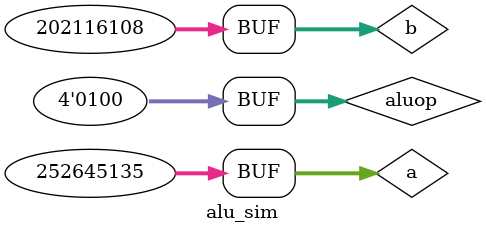
<source format=v>
`timescale 1ns / 1ps
`define  ADD  4'b0000
`define  SUB  4'b0001
`define  AND  4'b0010
`define  OR   4'b0011
`define  XOR  4'b0100
`define  NOR  4'b0101
`define  SLL  4'b0110
`define  SRL  4'b0111  
`define  SRA  4'b1000
`define  LUI  4'b1001
`define  SLT  4'b1010
`define  SLTU 4'b1011
`define  BGTZ 4'b1100

module alu_sim(

    );
    
    reg [31:0]a,b;
    reg [3:0]aluop;
    wire [31:0] c;
    wire [1:0] zero;
    
    alu alu(.a(a),.b(b),.c(c),.aluop(aluop),.zero(zero));
    
    initial begin
    #0 begin a = 32'd5; b = 32'd4; aluop = `ADD; end //5+4
    #20 begin a = 32'd5; b = 32'd4; aluop = `SUB; end //5-4
    #40 begin a = 32'd5; b = 32'd5; aluop = `SUB; end //5-5
    #60 begin a = 32'hff000000; b = 32'd4; aluop = `SLL; end //ff00 0000 << 4
    #80 begin a = 32'hff000000; b = 32'd4; aluop = `SRA; end //ff00 0000 >>> 4
    #100 begin a = 32'hffffffff; b = 32'd0; aluop = `SLT; end //slt -1 0
    #100 begin a = 32'd5; aluop = `BGTZ; end //bgtz 5
    #120 begin a = 32'h0f0f0f0f; b = 32'h0c0c0c0c; aluop = `XOR; end //0f0f 0f0f xor 0c0c 0c0c;
    end


endmodule

</source>
